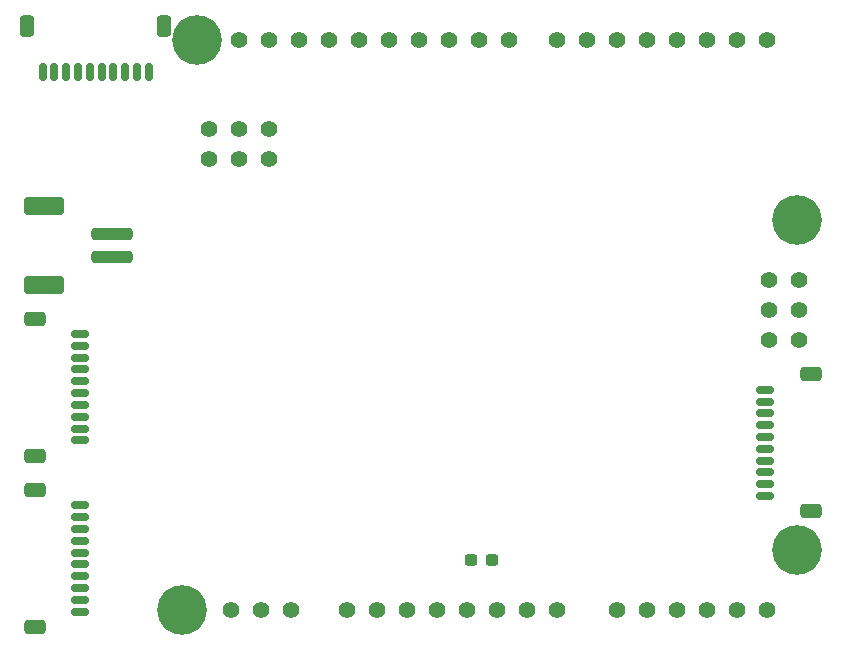
<source format=gts>
%TF.GenerationSoftware,KiCad,Pcbnew,9.0.6*%
%TF.CreationDate,2025-11-05T04:43:16-08:00*%
%TF.ProjectId,D1R32InterfaceShield,44315233-3249-46e7-9465-726661636553,1.0*%
%TF.SameCoordinates,Original*%
%TF.FileFunction,Soldermask,Top*%
%TF.FilePolarity,Negative*%
%FSLAX46Y46*%
G04 Gerber Fmt 4.6, Leading zero omitted, Abs format (unit mm)*
G04 Created by KiCad (PCBNEW 9.0.6) date 2025-11-05 04:43:16*
%MOMM*%
%LPD*%
G01*
G04 APERTURE LIST*
G04 Aperture macros list*
%AMRoundRect*
0 Rectangle with rounded corners*
0 $1 Rounding radius*
0 $2 $3 $4 $5 $6 $7 $8 $9 X,Y pos of 4 corners*
0 Add a 4 corners polygon primitive as box body*
4,1,4,$2,$3,$4,$5,$6,$7,$8,$9,$2,$3,0*
0 Add four circle primitives for the rounded corners*
1,1,$1+$1,$2,$3*
1,1,$1+$1,$4,$5*
1,1,$1+$1,$6,$7*
1,1,$1+$1,$8,$9*
0 Add four rect primitives between the rounded corners*
20,1,$1+$1,$2,$3,$4,$5,0*
20,1,$1+$1,$4,$5,$6,$7,0*
20,1,$1+$1,$6,$7,$8,$9,0*
20,1,$1+$1,$8,$9,$2,$3,0*%
G04 Aperture macros list end*
%ADD10C,1.422000*%
%ADD11RoundRect,0.150000X-0.625000X0.150000X-0.625000X-0.150000X0.625000X-0.150000X0.625000X0.150000X0*%
%ADD12RoundRect,0.250000X-0.650000X0.350000X-0.650000X-0.350000X0.650000X-0.350000X0.650000X0.350000X0*%
%ADD13RoundRect,0.150000X0.625000X-0.150000X0.625000X0.150000X-0.625000X0.150000X-0.625000X-0.150000X0*%
%ADD14RoundRect,0.250000X0.650000X-0.350000X0.650000X0.350000X-0.650000X0.350000X-0.650000X-0.350000X0*%
%ADD15C,4.199890*%
%ADD16RoundRect,0.150000X0.150000X0.625000X-0.150000X0.625000X-0.150000X-0.625000X0.150000X-0.625000X0*%
%ADD17RoundRect,0.250000X0.350000X0.650000X-0.350000X0.650000X-0.350000X-0.650000X0.350000X-0.650000X0*%
%ADD18RoundRect,0.237500X-0.300000X-0.237500X0.300000X-0.237500X0.300000X0.237500X-0.300000X0.237500X0*%
%ADD19RoundRect,0.250000X-1.500000X0.250000X-1.500000X-0.250000X1.500000X-0.250000X1.500000X0.250000X0*%
%ADD20RoundRect,0.250001X-1.449999X0.499999X-1.449999X-0.499999X1.449999X-0.499999X1.449999X0.499999X0*%
G04 APERTURE END LIST*
D10*
%TO.C,U8*%
X139595000Y-127750000D03*
X142135000Y-127750000D03*
X144675000Y-127750000D03*
%TD*%
%TO.C,U5*%
X185161990Y-99805010D03*
X187701990Y-99805010D03*
X185161990Y-102345010D03*
X187701990Y-102345010D03*
X185161990Y-104885010D03*
X187701990Y-104885010D03*
%TD*%
D11*
%TO.C,J7*%
X126860000Y-113390000D03*
X126860000Y-112390000D03*
X126860000Y-111390000D03*
X126860000Y-110390000D03*
X126860000Y-109390000D03*
X126860000Y-108390000D03*
X126860000Y-107390000D03*
X126860000Y-106390000D03*
X126860000Y-105390000D03*
X126860000Y-104390000D03*
D12*
X122985000Y-103090000D03*
X122985000Y-114690000D03*
%TD*%
D11*
%TO.C,J6*%
X126860000Y-127890000D03*
X126860000Y-126890000D03*
X126860000Y-125890000D03*
X126860000Y-124890000D03*
X126860000Y-123890000D03*
X126860000Y-122890000D03*
X126860000Y-121890000D03*
X126860000Y-120890000D03*
X126860000Y-119890000D03*
X126860000Y-118890000D03*
D12*
X122985000Y-117590000D03*
X122985000Y-129190000D03*
%TD*%
D13*
%TO.C,J4*%
X184810000Y-118110000D03*
X184810000Y-117110000D03*
X184810000Y-116110000D03*
X184810000Y-115110000D03*
X184810000Y-114110000D03*
X184810000Y-113110000D03*
X184810000Y-112110000D03*
X184810000Y-111110000D03*
X184810000Y-110110000D03*
X184810000Y-109110000D03*
D14*
X188685000Y-119410000D03*
X188685000Y-107810000D03*
%TD*%
D15*
%TO.C,H1*%
X187580000Y-94710010D03*
%TD*%
D10*
%TO.C,U7*%
X167259990Y-79470010D03*
X169799990Y-79470010D03*
X172339990Y-79470010D03*
X174879990Y-79470010D03*
X177419990Y-79470010D03*
X179959990Y-79470010D03*
X182499990Y-79470010D03*
X185039990Y-79470010D03*
%TD*%
%TO.C,U6*%
X140336000Y-79470000D03*
X142876000Y-79470000D03*
X145416000Y-79470000D03*
X147956000Y-79470000D03*
X150496000Y-79470000D03*
X153036000Y-79470000D03*
X155576000Y-79470000D03*
X158116000Y-79470000D03*
X160656000Y-79470000D03*
X163196000Y-79470000D03*
%TD*%
D15*
%TO.C,H4*%
X135510000Y-127730000D03*
%TD*%
D16*
%TO.C,J5*%
X132660000Y-82190000D03*
X131660000Y-82190000D03*
X130660000Y-82190000D03*
X129660000Y-82190000D03*
X128660000Y-82190000D03*
X127660000Y-82190000D03*
X126660000Y-82190000D03*
X125660000Y-82190000D03*
X124660000Y-82190000D03*
X123660000Y-82190000D03*
D17*
X133960000Y-78315000D03*
X122360000Y-78315000D03*
%TD*%
D10*
%TO.C,U3*%
X172340000Y-127730000D03*
X174880000Y-127730000D03*
X177420000Y-127730000D03*
X179960000Y-127730000D03*
X182500000Y-127730000D03*
X185040000Y-127730000D03*
%TD*%
%TO.C,U2*%
X149480000Y-127730000D03*
X152020000Y-127730000D03*
X154560000Y-127730000D03*
X157100000Y-127730000D03*
X159640000Y-127730000D03*
X162180000Y-127730000D03*
X164720000Y-127730000D03*
X167260000Y-127730000D03*
%TD*%
D18*
%TO.C,C2*%
X159977500Y-123500000D03*
X161702500Y-123500000D03*
%TD*%
D15*
%TO.C,H2*%
X136779990Y-79470010D03*
%TD*%
D19*
%TO.C,VDD*%
X129510000Y-95890000D03*
X129510000Y-97890000D03*
D20*
X123760000Y-93540000D03*
X123760000Y-100240000D03*
%TD*%
D10*
%TO.C,U4*%
X142876000Y-87039200D03*
X142876000Y-89579200D03*
X140336000Y-87039200D03*
X140336000Y-89579200D03*
X137796000Y-87039200D03*
X137796000Y-89579200D03*
%TD*%
D15*
%TO.C,H3*%
X187580000Y-122650000D03*
%TD*%
M02*

</source>
